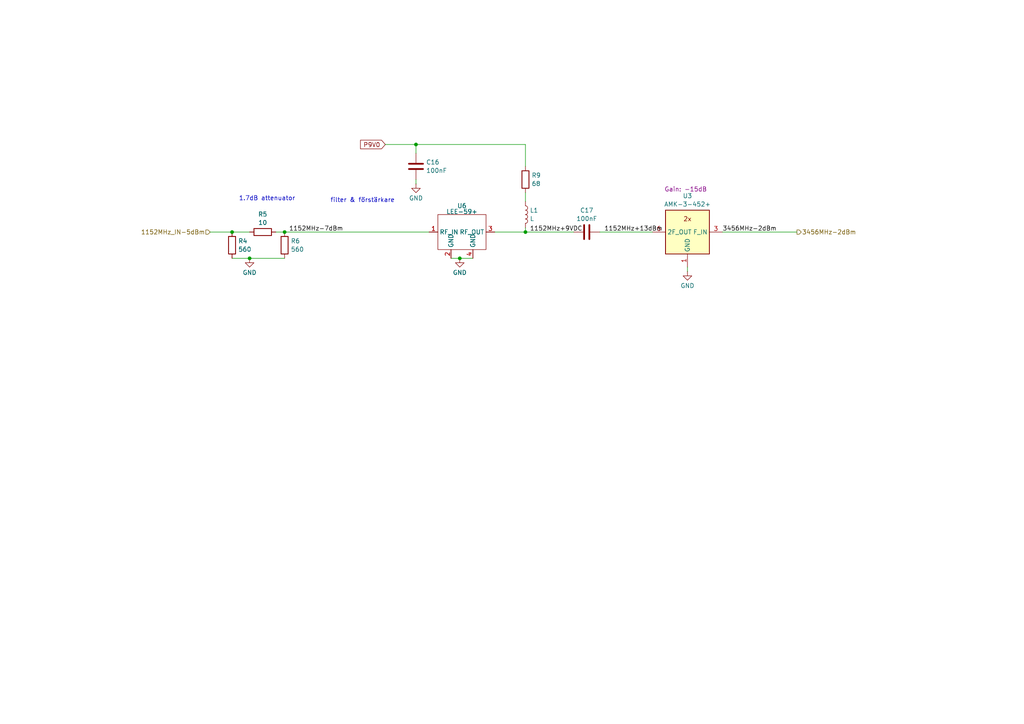
<source format=kicad_sch>
(kicad_sch (version 20231120) (generator "eeschema") (generator_version "8.0")
  (paper "A4")
  (lib_symbols
    (symbol "Device:C" (pin_numbers hide) (pin_names (offset 0.254))
      (property "Reference" "C" (at 0.635 2.54 0))
      (property "Value" "C" (at 0.635 -2.54 0))
      (symbol "C_0_1"
        (polyline (pts (xy -2.032 -0.762) (xy 2.032 -0.762)) (stroke (width 0.508)))
        (polyline (pts (xy -2.032 0.762) (xy 2.032 0.762)) (stroke (width 0.508)))
      )
      (symbol "C_1_1"
        (pin passive line (at 0 3.81 270) (length 2.794) (name "~") (number "1"))
        (pin passive line (at 0 -3.81 90) (length 2.794) (name "~") (number "2"))
      )
    )
    (symbol "Device:L" (pin_numbers hide) (pin_names (offset 1.016) hide)
      (property "Reference" "L" (at -1.27 0 90))
      (property "Value" "L" (at 1.905 0 90))
      (symbol "L_0_1"
        (arc (start 0 -2.54) (mid 0.6323 -1.905) (end 0 -1.27))
        (arc (start 0 -1.27) (mid 0.6323 -0.635) (end 0 0))
        (arc (start 0 0) (mid 0.6323 0.635) (end 0 1.27))
        (arc (start 0 1.27) (mid 0.6323 1.905) (end 0 2.54))
      )
      (symbol "L_1_1"
        (pin passive line (at 0 3.81 270) (length 1.27) (name "1") (number "1"))
        (pin passive line (at 0 -3.81 90) (length 1.27) (name "2") (number "2"))
      )
    )
    (symbol "Device:R" (pin_numbers hide) (pin_names (offset 0))
      (property "Reference" "R" (at 2.032 0 90))
      (property "Value" "R" (at 0 0 90))
      (symbol "R_0_1"
        (rectangle (start -1.016 -2.54) (end 1.016 2.54) (stroke (width 0.254)))
      )
      (symbol "R_1_1"
        (pin passive line (at 0 3.81 270) (length 1.27) (name "~") (number "1"))
        (pin passive line (at 0 -3.81 90) (length 1.27) (name "~") (number "2"))
      )
    )
    (symbol "HankLibrary:Lee-59+"
      (property "Reference" "U" (at 0 6.35 0))
      (symbol "Lee-59+_0_1"
        (rectangle (start -7.62 5.08) (end 6.35 -5.08))
      )
      (symbol "Lee-59+_1_1"
        (pin input line (at -10.16 0 0) (length 2.54) (name "RF_IN") (number "1"))
        (pin power_in line (at -3.81 -7.62 90) (length 2.54) (name "GND") (number "2"))
        (pin output line (at 8.89 0 180) (length 2.54) (name "RF_OUT") (number "3"))
        (pin power_in line (at 2.54 -7.62 90) (length 2.54) (name "GND") (number "4"))
      )
    )
    (symbol "RF:AMK-2-13"
      (property "Reference" "U" (at -6.35 7.62 0))
      (property "Value" "AMK-2-13" (at 6.35 7.62 0))
      (symbol "AMK-2-13_0_0"
        (text "2x" (at 0 3.81 0) (effects (font (size 1.27 1.27))))
      )
      (symbol "AMK-2-13_0_1"
        (rectangle (start -6.35 6.35) (end 6.35 -6.35) (stroke (width 0.254)) (fill (type background)))
      )
      (symbol "AMK-2-13_1_1"
        (pin power_in line (at 0 -10.16 90) (length 3.81) (name "GND") (number "1"))
        (pin no_connect line (at -6.35 -2.54 0) (length 2.54) hide (name "NC") (number "2"))
        (pin input line (at -10.16 0 0) (length 3.81) (name "F_IN") (number "3"))
        (pin passive line (at 0 -10.16 90) (length 3.81) hide (name "GND") (number "4"))
        (pin passive line (at 0 -10.16 90) (length 3.81) hide (name "GND") (number "5"))
        (pin output line (at 10.16 0 180) (length 3.81) (name "2F_OUT") (number "6"))
      )
    )
    (symbol "power:GND" (power) (pin_numbers hide) (pin_names (offset 0) hide)
      (property "Value" "GND" (at 0 -3.81 0))
      (symbol "GND_0_1"
        (polyline (pts (xy 0 0) (xy 0 -1.27) (xy 1.27 -1.27) (xy 0 -2.54) (xy -1.27 -1.27) (xy 0 -1.27)))
      )
      (symbol "GND_1_1"
        (pin power_in line (at 0 0 270) (length 0) (name "~") (number "1"))
      )
    )
  )
  (junction (at 133.35 74.93))
  (junction (at 72.39 74.93))
  (junction (at 120.65 41.91))
  (junction (at 67.31 67.31))
  (junction (at 152.4 67.31))
  (junction (at 82.55 67.31))
  (wire (pts (xy 111.76 41.91) (xy 120.65 41.91)))
  (wire (pts (xy 199.39 77.47) (xy 199.39 78.74)))
  (wire (pts (xy 152.4 67.31) (xy 166.37 67.31)))
  (wire (pts (xy 231.14 67.31) (xy 209.55 67.31)))
  (wire (pts (xy 120.65 41.91) (xy 152.4 41.91)))
  (wire (pts (xy 67.31 74.93) (xy 72.39 74.93)))
  (wire (pts (xy 189.23 67.31) (xy 173.99 67.31)))
  (wire (pts (xy 67.31 67.31) (xy 72.39 67.31)))
  (wire (pts (xy 72.39 74.93) (xy 82.55 74.93)))
  (wire (pts (xy 120.65 41.91) (xy 120.65 44.45)))
  (wire (pts (xy 82.55 67.31) (xy 80.01 67.31)))
  (wire (pts (xy 143.51 67.31) (xy 152.4 67.31)))
  (wire (pts (xy 120.65 52.07) (xy 120.65 53.34)))
  (wire (pts (xy 152.4 48.26) (xy 152.4 41.91)))
  (wire (pts (xy 130.81 74.93) (xy 133.35 74.93)))
  (wire (pts (xy 82.55 67.31) (xy 124.46 67.31)))
  (wire (pts (xy 152.4 66.04) (xy 152.4 67.31)))
  (wire (pts (xy 60.96 67.31) (xy 67.31 67.31)))
  (wire (pts (xy 152.4 55.88) (xy 152.4 58.42)))
  (wire (pts (xy 133.35 74.93) (xy 137.16 74.93)))
  (text "filter & förstärkare" (at 105.156 58.166 0) (effects (font (size 1.27 1.27))))
  (text "1.7dB attenuator" (at 77.47 57.658 0) (effects (font (size 1.27 1.27))))
  (label "1152MHz+13dBm" (at 175.26 67.31 0))
  (label "1152MHz-7dBm" (at 83.82 67.31 0))
  (label "1152MHz+9VDC" (at 153.67 67.31 0))
  (label "3456MHz-2dBm" (at 209.55 67.31 0))
  (global_label "P9V0" (shape input) (at 111.76 41.91 180) (property "Intersheetrefs" "${INTERSHEET_REFS}" (effects (hide yes))))
  (hierarchical_label "1152MHz_IN-5dBm" (shape input) (at 60.96 67.31 180))
  (hierarchical_label "3456MHz-2dBm" (shape output) (at 231.14 67.31 0))
  (symbol (lib_id "HankLibrary:Lee-59+") (at 134.62 67.31 0) (unit 1)
    (property "Reference" "U6" (at 133.985 59.6985 0))
    (property "Value" "LEE-59+" (at 133.985 61.3799 0))
    (property "Datasheet" "https://www.mouser.se/datasheet/2/1030/LEE_59_2b-1700827.pdf" (effects (hide yes)))
    (property "Description" "wideband amplifier DC-5GHz" (effects (hide yes)))
  )
  (symbol (lib_id "power:GND") (at 133.35 74.93 0) (unit 1)
    (property "Reference" "#PWR09" (effects (hide yes)))
    (property "Value" "GND" (at 133.35 79.0631 0))
    (property "Description" "Power symbol creates a global label with name \"GND\" , ground" (effects (hide yes)))
  )
  (symbol (lib_id "power:GND") (at 72.39 74.93 0) (unit 1)
    (property "Reference" "#PWR04" (effects (hide yes)))
    (property "Value" "GND" (at 72.39 79.0631 0))
    (property "Description" "Power symbol creates a global label with name \"GND\" , ground" (effects (hide yes)))
  )
  (symbol (lib_id "Device:R") (at 82.55 71.12 0) (unit 1)
    (property "Reference" "R6" (at 84.328 69.9078 0) (effects (justify left)))
    (property "Value" "560" (at 84.328 72.3321 0) (effects (justify left)))
    (property "Footprint" "Resistor_SMD:R_0603_1608Metric_Pad0.98x0.95mm_HandSolder" (effects (hide yes)))
    (property "Description" "Resistor" (effects (hide yes)))
  )
  (symbol (lib_id "Device:C") (at 170.18 67.31 90) (unit 1)
    (property "Reference" "C17" (at 170.18 61.0065 90))
    (property "Value" "100nF" (at 170.18 63.4308 90))
    (property "Footprint" "Capacitor_SMD:C_0603_1608Metric_Pad1.08x0.95mm_HandSolder" (effects (hide yes)))
    (property "Description" "Unpolarized capacitor" (effects (hide yes)))
  )
  (symbol (lib_id "Device:L") (at 152.4 62.23 0) (unit 1)
    (property "Reference" "L1" (at 153.6672 61.0178 0) (effects (justify left)))
    (property "Value" "L" (at 153.6672 63.4421 0) (effects (justify left)))
    (property "Footprint" "Inductor_SMD:L_0603_1608Metric_Pad1.05x0.95mm_HandSolder" (effects (hide yes)))
    (property "Description" "Inductor" (effects (hide yes)))
  )
  (symbol (lib_id "Device:C") (at 120.65 48.26 0) (unit 1)
    (property "Reference" "C16" (at 123.571 47.0478 0) (effects (justify left)))
    (property "Value" "100nF" (at 123.571 49.4721 0) (effects (justify left)))
    (property "Footprint" "Capacitor_SMD:C_0603_1608Metric_Pad1.08x0.95mm_HandSolder" (effects (hide yes)))
    (property "Description" "Unpolarized capacitor" (effects (hide yes)))
  )
  (symbol (lib_id "RF:AMK-2-13") (at 199.39 67.31 0) (mirror y) (unit 1)
    (property "Reference" "U3" (at 199.39 56.8155 0))
    (property "Value" "AMK-3-452+" (at 199.39 59.2398 0))
    (property "Footprint" "RF_Mini-Circuits:Mini-Circuits_CD542_LandPatternPL-052" (effects (hide yes)))
    (property "Datasheet" "https://www.mouser.se/datasheet/2/1030/AMK_3_452_2b-2936698.pdf" (effects (hide yes)))
    (property "Description" "2x Frequency Multiplier, output 20 to 1000 MHz, 50 Ohm, Mini-Circuits CD542" (effects (hide yes)))
    (property "Gain" "-15dB" (at 198.882 54.864 0) (show_name yes))
  )
  (symbol (lib_id "Device:R") (at 152.4 52.07 0) (unit 1)
    (property "Reference" "R9" (at 154.178 50.8578 0) (effects (justify left)))
    (property "Value" "68" (at 154.178 53.2821 0) (effects (justify left)))
    (property "Footprint" "Resistor_SMD:R_2512_6332Metric_Pad1.40x3.35mm_HandSolder" (effects (hide yes)))
    (property "Description" "Resistor" (effects (hide yes)))
  )
  (symbol (lib_id "Device:R") (at 76.2 67.31 90) (unit 1)
    (property "Reference" "R5" (at 76.2 62.1495 90))
    (property "Value" "10" (at 76.2 64.5738 90))
    (property "Footprint" "Resistor_SMD:R_0603_1608Metric_Pad0.98x0.95mm_HandSolder" (effects (hide yes)))
    (property "Description" "Resistor" (effects (hide yes)))
  )
  (symbol (lib_id "Device:R") (at 67.31 71.12 0) (unit 1)
    (property "Reference" "R4" (at 69.088 69.9078 0) (effects (justify left)))
    (property "Value" "560" (at 69.088 72.3321 0) (effects (justify left)))
    (property "Footprint" "Resistor_SMD:R_0603_1608Metric_Pad0.98x0.95mm_HandSolder" (effects (hide yes)))
    (property "Description" "Resistor" (effects (hide yes)))
  )
  (symbol (lib_id "power:GND") (at 120.65 53.34 0) (unit 1)
    (property "Reference" "#PWR010" (effects (hide yes)))
    (property "Value" "GND" (at 120.65 57.4731 0))
    (property "Description" "Power symbol creates a global label with name \"GND\" , ground" (effects (hide yes)))
  )
  (symbol (lib_id "power:GND") (at 199.39 78.74 0) (unit 1)
    (property "Reference" "#PWR05" (effects (hide yes)))
    (property "Value" "GND" (at 199.39 82.8731 0))
    (property "Description" "Power symbol creates a global label with name \"GND\" , ground" (effects (hide yes)))
  )
)
</source>
